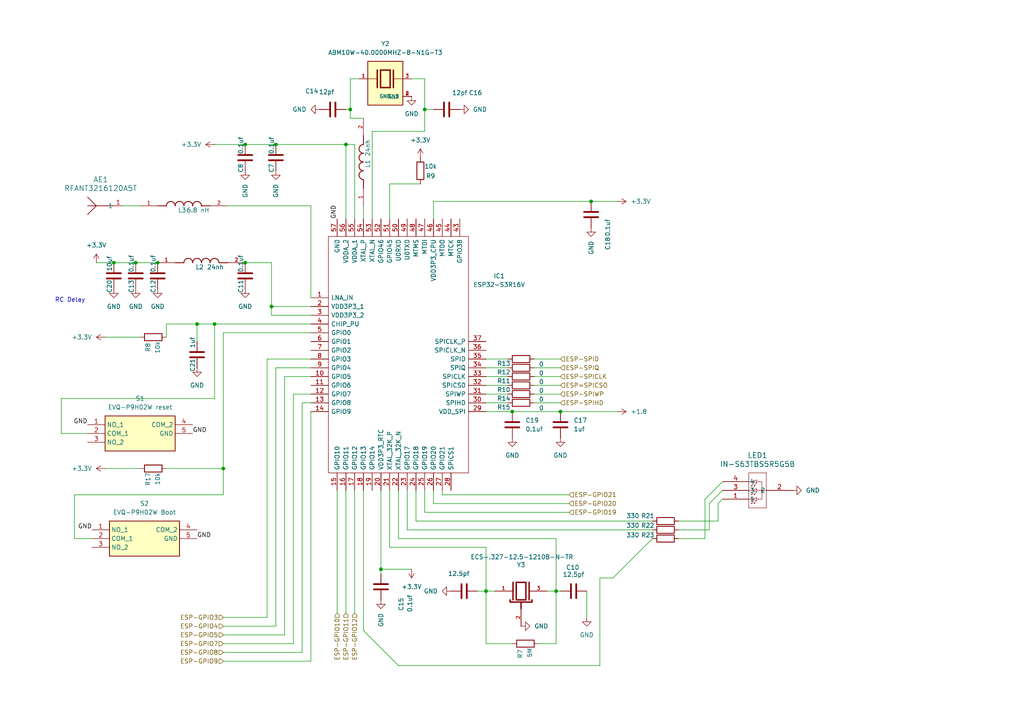
<source format=kicad_sch>
(kicad_sch (version 20250114) (generator "eeschema") (generator_version "9.0")
  (paper "A4")
  (lib_symbols
    (symbol "Device:C" (pin_numbers (hide yes)) (pin_names (offset 0.254))
      (property "Reference" "C" (at 0.635 2.54 0))
      (property "Value" "C" (at 0.635 -2.54 0))
      (symbol "C_0_1"
        (polyline (pts (xy -2.032 0.762) (xy 2.032 0.762)) (stroke (width 0.508)))
        (polyline (pts (xy -2.032 -0.762) (xy 2.032 -0.762)) (stroke (width 0.508)))
      )
      (symbol "C_1_1"
        (pin passive line (at 0 3.81 270) (length 2.794) (name "~") (number "1"))
        (pin passive line (at 0 -3.81 90) (length 2.794) (name "~") (number "2"))
      )
    )
    (symbol "Device:R" (pin_numbers (hide yes)) (pin_names (offset 0))
      (property "Reference" "R" (at 2.032 0 90))
      (property "Value" "R" (at 0 0 90))
      (symbol "R_0_1"
        (rectangle (start -1.016 -2.54) (end 1.016 2.54) (stroke (width 0.254)))
      )
      (symbol "R_1_1"
        (pin passive line (at 0 3.81 270) (length 1.27) (name "~") (number "1"))
        (pin passive line (at 0 -3.81 90) (length 1.27) (name "~") (number "2"))
      )
    )
    (symbol "jarvis:ABM10W-40.0000MHZ-8-N1G-T3" (pin_names (offset 1.016))
      (property "Reference" "Y" (at -5.0878 6.3559 0))
      (property "Value" "ABM10W-40.0000MHZ-8-N1G-T3" (at -5.0944 -10.16 0))
      (symbol "ABM10W-40.0000MHZ-8-N1G-T3_0_0"
        (polyline (pts (xy -5.08 0) (xy -2.54 0)) (stroke (width 0.1524)))
        (rectangle (start -5.08 -7.62) (end 5.08 5.08) (stroke (width 0.254)) (fill (type background)))
        (polyline (pts (xy -2.3368 2.54) (xy -2.3368 -2.54)) (stroke (width 0.4064)))
        (polyline (pts (xy -1.397 2.54) (xy -1.397 -2.54)) (stroke (width 0.4064)))
        (polyline (pts (xy -1.397 2.54) (xy 1.397 2.54)) (stroke (width 0.4064)))
        (polyline (pts (xy 1.397 2.54) (xy 1.397 -2.54)) (stroke (width 0.4064)))
        (polyline (pts (xy 1.397 -2.54) (xy -1.397 -2.54)) (stroke (width 0.4064)))
        (polyline (pts (xy 2.3368 2.54) (xy 2.3368 -2.54)) (stroke (width 0.4064)))
        (polyline (pts (xy 2.54 0) (xy 5.08 0)) (stroke (width 0.1524)))
        (pin passive line (at -7.62 0 0) (length 2.54) (name "~") (number "1"))
        (pin passive line (at 7.62 0 180) (length 2.54) (name "~") (number "3"))
        (pin power_in line (at 7.62 -5.08 180) (length 2.54) (name "GND") (number "2"))
        (pin power_in line (at 7.62 -5.08 180) (length 2.54) (name "GND__1") (number "4"))
      )
    )
    (symbol "jarvis:ECS-.327-12.5-1210B-N-TR" (pin_names (offset 1.016))
      (property "Reference" "Y" (at -6.35 3.81 0))
      (property "Value" "ECS-.327-12.5-1210B-N-TR" (at -6.35 -16.51 0))
      (symbol "ECS-.327-12.5-1210B-N-TR_0_0"
        (polyline (pts (xy -3.175 -3.175) (xy -3.175 -2.54)) (stroke (width 0.4064)))
        (polyline (pts (xy -2.3368 2.54) (xy -2.3368 -2.54)) (stroke (width 0.4064)))
        (polyline (pts (xy -1.397 2.54) (xy -1.397 -2.54)) (stroke (width 0.4064)))
        (polyline (pts (xy -1.397 2.54) (xy 1.397 2.54)) (stroke (width 0.4064)))
        (polyline (pts (xy 0 -5.08) (xy 0 -3.175)) (stroke (width 0.4064)))
        (polyline (pts (xy 1.397 2.54) (xy 1.397 -2.54)) (stroke (width 0.4064)))
        (polyline (pts (xy 1.397 -2.54) (xy -1.397 -2.54)) (stroke (width 0.4064)))
        (polyline (pts (xy 2.3368 2.54) (xy 2.3368 -2.54)) (stroke (width 0.4064)))
        (polyline (pts (xy 3.175 -2.54) (xy 3.175 -3.175)) (stroke (width 0.4064)))
        (polyline (pts (xy 3.175 -3.175) (xy -3.175 -3.175)) (stroke (width 0.4064)))
        (pin passive line (at -7.62 0 0) (length 5.08) (name "~") (number "1"))
        (pin power_in line (at 0 -10.16 90) (length 5.08) (name "~") (number "2"))
        (pin passive line (at 7.62 0 180) (length 5.08) (name "~") (number "3"))
      )
    )
    (symbol "jarvis:ESP32-S3R16V" (pin_names (offset 0.762))
      (property "Reference" "IC" (at -73.914 56.642 0))
      (property "Value" "ESP32-S3R16V" (at -73.914 54.102 0))
      (symbol "ESP32-S3R16V_0_0"
        (pin passive line (at 0 0 0) (length 5.08) (name "LNA_IN") (number "1"))
        (pin passive line (at 0 -2.54 0) (length 5.08) (name "VDD3P3_1") (number "2"))
        (pin passive line (at 0 -5.08 0) (length 5.08) (name "VDD3P3_2") (number "3"))
        (pin passive line (at 0 -7.62 0) (length 5.08) (name "CHIP_PU") (number "4"))
        (pin passive line (at 0 -10.16 0) (length 5.08) (name "GPIO0") (number "5"))
        (pin passive line (at 0 -12.7 0) (length 5.08) (name "GPIO1") (number "6"))
        (pin passive line (at 0 -15.24 0) (length 5.08) (name "GPIO2") (number "7"))
        (pin passive line (at 0 -17.78 0) (length 5.08) (name "GPIO3") (number "8"))
        (pin passive line (at 0 -20.32 0) (length 5.08) (name "GPIO4") (number "9"))
        (pin passive line (at 0 -22.86 0) (length 5.08) (name "GPIO5") (number "10"))
        (pin passive line (at 0 -25.4 0) (length 5.08) (name "GPIO6") (number "11"))
        (pin passive line (at 0 -27.94 0) (length 5.08) (name "GPIO7") (number "12"))
        (pin passive line (at 0 -30.48 0) (length 5.08) (name "GPIO8") (number "13"))
        (pin passive line (at 0 -33.02 0) (length 5.08) (name "GPIO9") (number "14"))
        (pin passive line (at 7.62 22.86 270) (length 5.08) (name "GND") (number "57"))
        (pin passive line (at 7.62 -55.88 90) (length 5.08) (name "GPIO10") (number "15"))
        (pin passive line (at 10.16 22.86 270) (length 5.08) (name "VDDA_2") (number "56"))
        (pin passive line (at 10.16 -55.88 90) (length 5.08) (name "GPIO11") (number "16"))
        (pin passive line (at 12.7 22.86 270) (length 5.08) (name "VDDA_1") (number "55"))
        (pin passive line (at 12.7 -55.88 90) (length 5.08) (name "GPIO12") (number "17"))
        (pin passive line (at 15.24 22.86 270) (length 5.08) (name "XTAL_P") (number "54"))
        (pin passive line (at 15.24 -55.88 90) (length 5.08) (name "GPIO13") (number "18"))
        (pin passive line (at 17.78 22.86 270) (length 5.08) (name "XTAL_N") (number "53"))
        (pin passive line (at 17.78 -55.88 90) (length 5.08) (name "GPIO14") (number "19"))
        (pin passive line (at 20.32 22.86 270) (length 5.08) (name "GPIO46") (number "52"))
        (pin passive line (at 20.32 -55.88 90) (length 5.08) (name "VDD3P3_RTC") (number "20"))
        (pin passive line (at 22.86 22.86 270) (length 5.08) (name "GPIO45") (number "51"))
        (pin passive line (at 22.86 -55.88 90) (length 5.08) (name "XTAL_32K_P") (number "21"))
        (pin passive line (at 25.4 22.86 270) (length 5.08) (name "U0RXD") (number "50"))
        (pin passive line (at 25.4 -55.88 90) (length 5.08) (name "XTAL_32K_N") (number "22"))
        (pin passive line (at 27.94 22.86 270) (length 5.08) (name "U0TXD") (number "49"))
        (pin passive line (at 27.94 -55.88 90) (length 5.08) (name "GPIO17") (number "23"))
        (pin passive line (at 30.48 22.86 270) (length 5.08) (name "MTMS") (number "48"))
        (pin passive line (at 30.48 -55.88 90) (length 5.08) (name "GPIO18") (number "24"))
        (pin passive line (at 33.02 22.86 270) (length 5.08) (name "MTDI") (number "47"))
        (pin passive line (at 33.02 -55.88 90) (length 5.08) (name "GPIO19") (number "25"))
        (pin passive line (at 35.56 22.86 270) (length 5.08) (name "VDD3P3_CPU") (number "46"))
        (pin passive line (at 35.56 -55.88 90) (length 5.08) (name "GPIO20") (number "26"))
        (pin passive line (at 38.1 22.86 270) (length 5.08) (name "MTDO") (number "45"))
        (pin passive line (at 38.1 -55.88 90) (length 5.08) (name "GPIO21") (number "27"))
        (pin passive line (at 40.64 22.86 270) (length 5.08) (name "MTCK") (number "44"))
        (pin passive line (at 40.64 -55.88 90) (length 5.08) (name "SPICS1") (number "28"))
        (pin passive line (at 43.18 22.86 270) (length 5.08) (name "GPIO38") (number "43"))
        (pin no_connect line (at 50.8 0 180) (length 5.08) (hide yes) (name "GPIO37") (number "42"))
        (pin no_connect line (at 50.8 -2.54 180) (length 5.08) (hide yes) (name "GPIO36") (number "41"))
        (pin no_connect line (at 50.8 -5.08 180) (length 5.08) (hide yes) (name "GPIO35") (number "40"))
        (pin no_connect line (at 50.8 -7.62 180) (length 5.08) (hide yes) (name "GPIO34") (number "39"))
        (pin no_connect line (at 50.8 -10.16 180) (length 5.08) (hide yes) (name "GPIO33") (number "38"))
        (pin passive line (at 50.8 -12.7 180) (length 5.08) (name "SPICLK_P") (number "37"))
        (pin passive line (at 50.8 -15.24 180) (length 5.08) (name "SPICLK_N") (number "36"))
        (pin passive line (at 50.8 -17.78 180) (length 5.08) (name "SPID") (number "35"))
        (pin passive line (at 50.8 -20.32 180) (length 5.08) (name "SPIQ") (number "34"))
        (pin passive line (at 50.8 -22.86 180) (length 5.08) (name "SPICLK") (number "33"))
        (pin passive line (at 50.8 -25.4 180) (length 5.08) (name "SPICS0") (number "32"))
        (pin passive line (at 50.8 -27.94 180) (length 5.08) (name "SPIWP") (number "31"))
        (pin passive line (at 50.8 -30.48 180) (length 5.08) (name "SPIHD") (number "30"))
        (pin passive line (at 50.8 -33.02 180) (length 5.08) (name "VDD_SPI") (number "29"))
      )
      (symbol "ESP32-S3R16V_0_1"
        (polyline (pts (xy 5.08 17.78) (xy 45.72 17.78) (xy 45.72 -50.8) (xy 5.08 -50.8) (xy 5.08 17.78)) (stroke (width 0.1524)))
      )
    )
    (symbol "jarvis:EVQ-P9H02W"
      (property "Reference" "S" (at 26.67 7.62 0))
      (property "Value" "EVQ-P9H02W" (at 26.67 5.08 0))
      (symbol "EVQ-P9H02W_1_1"
        (rectangle (start 5.08 2.54) (end 25.4 -7.62) (stroke (width 0.254)) (fill (type background)))
        (pin passive line (at 0 0 0) (length 5.08) (name "NO_1") (number "1"))
        (pin passive line (at 0 -2.54 0) (length 5.08) (name "COM_1") (number "2"))
        (pin passive line (at 0 -5.08 0) (length 5.08) (name "NO_2") (number "3"))
        (pin passive line (at 30.48 0 180) (length 5.08) (name "COM_2") (number "4"))
        (pin passive line (at 30.48 -2.54 180) (length 5.08) (name "GND") (number "5"))
      )
    )
    (symbol "jarvis:IN-S63TBS5R5G5B" (pin_names (offset 0.254))
      (property "Reference" "LED" (at 10.16 10.16 0))
      (property "Value" "IN-S63TBS5R5G5B" (at 10.16 7.62 0))
      (symbol "IN-S63TBS5R5G5B_0_1"
        (polyline (pts (xy 7.62 5.08) (xy 7.62 -5.08)) (stroke (width 0.127)))
        (polyline (pts (xy 7.62 0) (xy 10.414 0)) (stroke (width 0.127)))
        (polyline (pts (xy 7.62 -5.08) (xy 12.7 -5.08)) (stroke (width 0.127)))
        (polyline (pts (xy 8.89 2.54) (xy 8.89 -2.54)) (stroke (width 0.127)))
        (polyline (pts (xy 8.89 2.54) (xy 10.414 2.54)) (stroke (width 0.127)))
        (circle (center 8.89 0) (radius 0.127) (stroke (width 0.254)))
        (polyline (pts (xy 8.89 -2.54) (xy 10.414 -2.54)) (stroke (width 0.127)))
        (polyline (pts (xy 10.414 3.048) (xy 10.414 2.032)) (stroke (width 0.127)))
        (polyline (pts (xy 10.414 3.048) (xy 11.43 2.54)) (stroke (width 0.127)))
        (polyline (pts (xy 10.414 0.508) (xy 10.414 -0.508)) (stroke (width 0.127)))
        (polyline (pts (xy 10.414 0.508) (xy 11.43 0)) (stroke (width 0.127)))
        (polyline (pts (xy 10.414 -2.032) (xy 10.414 -3.048)) (stroke (width 0.127)))
        (polyline (pts (xy 10.414 -2.032) (xy 11.43 -2.54)) (stroke (width 0.127)))
        (polyline (pts (xy 10.668 3.302) (xy 11.176 3.81)) (stroke (width 0.127)))
        (polyline (pts (xy 10.668 0.762) (xy 11.176 1.27)) (stroke (width 0.127)))
        (polyline (pts (xy 10.668 -1.778) (xy 11.176 -1.27)) (stroke (width 0.127)))
        (polyline (pts (xy 11.176 3.81) (xy 10.922 3.81)) (stroke (width 0.127)))
        (polyline (pts (xy 11.176 3.81) (xy 11.176 3.556)) (stroke (width 0.127)))
        (polyline (pts (xy 11.176 1.27) (xy 10.922 1.27)) (stroke (width 0.127)))
        (polyline (pts (xy 11.176 1.27) (xy 11.176 1.016)) (stroke (width 0.127)))
        (polyline (pts (xy 11.176 -1.27) (xy 10.922 -1.27)) (stroke (width 0.127)))
        (polyline (pts (xy 11.176 -1.27) (xy 11.176 -1.524)) (stroke (width 0.127)))
        (polyline (pts (xy 11.43 3.302) (xy 11.938 3.81)) (stroke (width 0.127)))
        (polyline (pts (xy 11.43 3.048) (xy 11.43 2.032)) (stroke (width 0.127)))
        (polyline (pts (xy 11.43 2.54) (xy 10.414 2.032)) (stroke (width 0.127)))
        (polyline (pts (xy 11.43 2.54) (xy 12.7 2.54)) (stroke (width 0.127)))
        (polyline (pts (xy 11.43 0.762) (xy 11.938 1.27)) (stroke (width 0.127)))
        (polyline (pts (xy 11.43 0.508) (xy 11.43 -0.508)) (stroke (width 0.127)))
        (polyline (pts (xy 11.43 0) (xy 10.414 -0.508)) (stroke (width 0.127)))
        (polyline (pts (xy 11.43 0) (xy 12.7 0)) (stroke (width 0.127)))
        (polyline (pts (xy 11.43 -1.778) (xy 11.938 -1.27)) (stroke (width 0.127)))
        (polyline (pts (xy 11.43 -2.032) (xy 11.43 -3.048)) (stroke (width 0.127)))
        (polyline (pts (xy 11.43 -2.54) (xy 10.414 -3.048)) (stroke (width 0.127)))
        (polyline (pts (xy 11.43 -2.54) (xy 12.7 -2.54)) (stroke (width 0.127)))
        (polyline (pts (xy 11.684 3.81) (xy 11.938 3.81)) (stroke (width 0.127)))
        (polyline (pts (xy 11.684 1.27) (xy 11.938 1.27)) (stroke (width 0.127)))
        (polyline (pts (xy 11.684 -1.27) (xy 11.938 -1.27)) (stroke (width 0.127)))
        (polyline (pts (xy 11.938 3.81) (xy 11.938 3.556)) (stroke (width 0.127)))
        (polyline (pts (xy 11.938 1.27) (xy 11.938 1.016)) (stroke (width 0.127)))
        (polyline (pts (xy 11.938 -1.27) (xy 11.938 -1.524)) (stroke (width 0.127)))
        (polyline (pts (xy 12.7 5.08) (xy 7.62 5.08)) (stroke (width 0.127)))
        (polyline (pts (xy 12.7 -5.08) (xy 12.7 5.08)) (stroke (width 0.127)))
        (pin unspecified line (at 0 0 0) (length 7.62) (name "2") (number "2"))
        (pin unspecified line (at 20.32 2.54 180) (length 7.62) (name "1") (number "1"))
        (pin unspecified line (at 20.32 0 180) (length 7.62) (name "3") (number "3"))
        (pin unspecified line (at 20.32 -2.54 180) (length 7.62) (name "4") (number "4"))
      )
    )
    (symbol "jarvis:MLG1005SR24JT000" (pin_names (offset 1.016))
      (property "Reference" "L" (at -10.16 7.62 0))
      (property "Value" "MLG1005SR24JT000" (at -10.16 5.08 0))
      (symbol "MLG1005SR24JT000_0_0"
        (polyline (pts (xy -5.08 0) (xy -7.62 0)) (stroke (width 0.254)))
        (arc (start -5.08 0) (mid -3.81 1.2645) (end -2.54 0) (stroke (width 0.254)))
        (arc (start -2.54 0) (mid -1.27 1.2645) (end 0 0) (stroke (width 0.254)))
        (arc (start 0 0) (mid 1.27 1.2645) (end 2.54 0) (stroke (width 0.254)))
        (arc (start 2.54 0) (mid 3.81 1.2645) (end 5.08 0) (stroke (width 0.254)))
        (polyline (pts (xy 5.08 0) (xy 7.62 0)) (stroke (width 0.254)))
        (pin passive line (at -12.7 0 0) (length 5.08) (name "~") (number "1"))
        (pin passive line (at 12.7 0 180) (length 5.08) (name "~") (number "2"))
      )
    )
    (symbol "jarvis:RFANT3216120A5T" (pin_names (offset 0.254))
      (property "Reference" "AE" (at 2.2606 6.985 0))
      (property "Value" "RFANT3216120A5T" (at 11.938 -6.35 0))
      (symbol "RFANT3216120A5T_0_1"
        (polyline (pts (xy -2.54 10.16) (xy 0 7.62)) (stroke (width 0.2032)))
        (polyline (pts (xy 0 10.16) (xy 0 7.62)) (stroke (width 0.2032)))
        (polyline (pts (xy 0 7.62) (xy 0 2.54)) (stroke (width 0.2032)))
        (polyline (pts (xy 0 7.62) (xy 2.54 10.16)) (stroke (width 0.2032)))
        (pin unspecified line (at 0 0 90) (length 2.54) (name "1") (number "1"))
      )
    )
    (symbol "power:+3.3V" (power) (pin_numbers (hide yes)) (pin_names (offset 0) (hide yes))
      (property "Value" "+3.3V" (at 0 3.556 0))
      (symbol "+3.3V_0_1"
        (polyline (pts (xy -0.762 1.27) (xy 0 2.54)))
        (polyline (pts (xy 0 2.54) (xy 0.762 1.27)))
        (polyline (pts (xy 0 0) (xy 0 2.54)))
      )
      (symbol "+3.3V_1_1"
        (pin power_in line (at 0 0 90) (length 0) (name "~") (number "1"))
      )
    )
    (symbol "power:GND" (power) (pin_numbers (hide yes)) (pin_names (offset 0) (hide yes))
      (property "Value" "GND" (at 0 -3.81 0))
      (symbol "GND_0_1"
        (polyline (pts (xy 0 0) (xy 0 -1.27) (xy 1.27 -1.27) (xy 0 -2.54) (xy -1.27 -1.27) (xy 0 -1.27)))
      )
      (symbol "GND_1_1"
        (pin power_in line (at 0 0 270) (length 0) (name "~") (number "1"))
      )
    )
    (symbol "power:VDD" (power) (pin_numbers (hide yes)) (pin_names (offset 0) (hide yes))
      (property "Value" "VDD" (at 0 3.556 0))
      (symbol "VDD_0_1"
        (polyline (pts (xy -0.762 1.27) (xy 0 2.54)))
        (polyline (pts (xy 0 2.54) (xy 0.762 1.27)))
        (polyline (pts (xy 0 0) (xy 0 2.54)))
      )
      (symbol "VDD_1_1"
        (pin power_in line (at 0 0 90) (length 0) (name "~") (number "1"))
      )
    )
  )
  (text "RC Delay\n" (at 20.32 87.122 0) (effects (font (size 1.27 1.27))))
  (junction (at 101.6 31.75))
  (junction (at 78.74 88.9))
  (junction (at 100.33 41.91))
  (junction (at 148.59 119.38))
  (junction (at 123.19 31.75))
  (junction (at 45.72 76.2))
  (junction (at 171.45 58.42))
  (junction (at 39.37 76.2))
  (junction (at 62.23 93.98))
  (junction (at 64.77 135.89))
  (junction (at 33.02 76.2))
  (junction (at 161.29 171.45))
  (junction (at 57.15 93.98))
  (junction (at 80.01 41.91))
  (junction (at 162.56 119.38))
  (junction (at 71.12 76.2))
  (junction (at 140.97 171.45))
  (junction (at 110.49 165.1))
  (junction (at 71.12 41.91))
  (wire (pts (xy 101.6 34.29) (xy 105.41 34.29)))
  (wire (pts (xy 128.27 143.51) (xy 165.1 143.51)))
  (wire (pts (xy 208.28 151.13) (xy 208.28 146.05)))
  (wire (pts (xy 154.94 106.68) (xy 162.56 106.68)))
  (wire (pts (xy 140.97 171.45) (xy 143.51 171.45)))
  (wire (pts (xy 102.87 41.91) (xy 100.33 41.91)))
  (wire (pts (xy 64.77 96.52) (xy 64.77 135.89)))
  (wire (pts (xy 97.79 142.24) (xy 97.79 177.8)))
  (wire (pts (xy 90.17 114.3) (xy 85.09 114.3)))
  (wire (pts (xy 26.67 156.21) (xy 21.59 156.21)))
  (wire (pts (xy 107.95 38.1) (xy 107.95 63.5)))
  (wire (pts (xy 154.94 111.76) (xy 162.56 111.76)))
  (wire (pts (xy 208.28 146.05) (xy 209.55 144.78)))
  (wire (pts (xy 161.29 171.45) (xy 161.29 186.69)))
  (wire (pts (xy 21.59 156.21) (xy 21.59 143.51)))
  (wire (pts (xy 125.73 58.42) (xy 171.45 58.42)))
  (wire (pts (xy 115.57 193.04) (xy 173.99 193.04)))
  (wire (pts (xy 140.97 116.84) (xy 147.32 116.84)))
  (wire (pts (xy 204.47 156.21) (xy 204.47 144.78)))
  (wire (pts (xy 62.23 93.98) (xy 62.23 115.57)))
  (wire (pts (xy 161.29 156.21) (xy 161.29 171.45)))
  (wire (pts (xy 17.78 125.73) (xy 17.78 115.57)))
  (wire (pts (xy 204.47 144.78) (xy 209.55 139.7)))
  (wire (pts (xy 140.97 109.22) (xy 147.32 109.22)))
  (wire (pts (xy 17.78 115.57) (xy 62.23 115.57)))
  (wire (pts (xy 123.19 31.75) (xy 125.73 31.75)))
  (wire (pts (xy 154.94 109.22) (xy 162.56 109.22)))
  (wire (pts (xy 196.85 151.13) (xy 208.28 151.13)))
  (wire (pts (xy 120.65 142.24) (xy 120.65 151.13)))
  (wire (pts (xy 33.02 76.2) (xy 39.37 76.2)))
  (wire (pts (xy 115.57 156.21) (xy 161.29 156.21)))
  (wire (pts (xy 78.74 91.44) (xy 78.74 88.9)))
  (wire (pts (xy 30.48 97.79) (xy 40.64 97.79)))
  (wire (pts (xy 125.73 142.24) (xy 125.73 146.05)))
  (wire (pts (xy 101.6 22.86) (xy 104.14 22.86)))
  (wire (pts (xy 21.59 143.51) (xy 64.77 143.51)))
  (wire (pts (xy 105.41 182.88) (xy 115.57 193.04)))
  (wire (pts (xy 64.77 135.89) (xy 48.26 135.89)))
  (wire (pts (xy 100.33 41.91) (xy 80.01 41.91)))
  (wire (pts (xy 78.74 91.44) (xy 90.17 91.44)))
  (wire (pts (xy 110.49 165.1) (xy 110.49 166.37)))
  (wire (pts (xy 161.29 171.45) (xy 158.75 171.45)))
  (wire (pts (xy 115.57 142.24) (xy 115.57 156.21)))
  (wire (pts (xy 113.03 53.34) (xy 121.92 53.34)))
  (wire (pts (xy 105.41 59.69) (xy 105.41 63.5)))
  (wire (pts (xy 71.12 41.91) (xy 80.01 41.91)))
  (wire (pts (xy 27.94 76.2) (xy 33.02 76.2)))
  (wire (pts (xy 113.03 142.24) (xy 113.03 158.75)))
  (wire (pts (xy 87.63 116.84) (xy 87.63 189.23)))
  (wire (pts (xy 123.19 142.24) (xy 123.19 148.59)))
  (wire (pts (xy 39.37 76.2) (xy 45.72 76.2)))
  (wire (pts (xy 62.23 41.91) (xy 71.12 41.91)))
  (wire (pts (xy 177.8 167.64) (xy 189.23 156.21)))
  (wire (pts (xy 173.99 193.04) (xy 173.99 167.64)))
  (wire (pts (xy 196.85 156.21) (xy 204.47 156.21)))
  (wire (pts (xy 101.6 31.75) (xy 101.6 34.29)))
  (wire (pts (xy 120.65 151.13) (xy 189.23 151.13)))
  (wire (pts (xy 100.33 31.75) (xy 101.6 31.75)))
  (wire (pts (xy 90.17 104.14) (xy 77.47 104.14)))
  (wire (pts (xy 90.17 116.84) (xy 87.63 116.84)))
  (wire (pts (xy 90.17 119.38) (xy 90.17 191.77)))
  (wire (pts (xy 125.73 63.5) (xy 125.73 58.42)))
  (wire (pts (xy 123.19 31.75) (xy 123.19 22.86)))
  (wire (pts (xy 171.45 58.42) (xy 179.07 58.42)))
  (wire (pts (xy 30.48 135.89) (xy 40.64 135.89)))
  (wire (pts (xy 77.47 179.07) (xy 64.77 179.07)))
  (wire (pts (xy 140.97 158.75) (xy 140.97 171.45)))
  (wire (pts (xy 78.74 76.2) (xy 71.12 76.2)))
  (wire (pts (xy 102.87 142.24) (xy 102.87 177.8)))
  (wire (pts (xy 140.97 104.14) (xy 147.32 104.14)))
  (wire (pts (xy 119.38 165.1) (xy 110.49 165.1)))
  (wire (pts (xy 140.97 119.38) (xy 148.59 119.38)))
  (wire (pts (xy 138.43 171.45) (xy 140.97 171.45)))
  (wire (pts (xy 82.55 184.15) (xy 64.77 184.15)))
  (wire (pts (xy 161.29 186.69) (xy 156.21 186.69)))
  (wire (pts (xy 102.87 63.5) (xy 102.87 41.91)))
  (wire (pts (xy 128.27 142.24) (xy 128.27 143.51)))
  (wire (pts (xy 77.47 104.14) (xy 77.47 179.07)))
  (wire (pts (xy 57.15 93.98) (xy 48.26 93.98)))
  (wire (pts (xy 161.29 171.45) (xy 162.56 171.45)))
  (wire (pts (xy 64.77 189.23) (xy 87.63 189.23)))
  (wire (pts (xy 170.18 179.07) (xy 170.18 171.45)))
  (wire (pts (xy 162.56 119.38) (xy 179.07 119.38)))
  (wire (pts (xy 118.11 142.24) (xy 118.11 153.67)))
  (wire (pts (xy 140.97 114.3) (xy 147.32 114.3)))
  (wire (pts (xy 113.03 158.75) (xy 140.97 158.75)))
  (wire (pts (xy 25.4 125.73) (xy 17.78 125.73)))
  (wire (pts (xy 62.23 93.98) (xy 90.17 93.98)))
  (wire (pts (xy 57.15 99.06) (xy 57.15 93.98)))
  (wire (pts (xy 123.19 148.59) (xy 165.1 148.59)))
  (wire (pts (xy 78.74 88.9) (xy 78.74 76.2)))
  (wire (pts (xy 90.17 109.22) (xy 82.55 109.22)))
  (wire (pts (xy 196.85 153.67) (xy 205.74 153.67)))
  (wire (pts (xy 123.19 31.75) (xy 123.19 38.1)))
  (wire (pts (xy 123.19 22.86) (xy 119.38 22.86)))
  (wire (pts (xy 100.33 41.91) (xy 100.33 63.5)))
  (wire (pts (xy 101.6 31.75) (xy 101.6 22.86)))
  (wire (pts (xy 113.03 63.5) (xy 113.03 53.34)))
  (wire (pts (xy 90.17 86.36) (xy 90.17 59.69)))
  (wire (pts (xy 90.17 96.52) (xy 64.77 96.52)))
  (wire (pts (xy 82.55 109.22) (xy 82.55 184.15)))
  (wire (pts (xy 90.17 59.69) (xy 66.04 59.69)))
  (wire (pts (xy 154.94 104.14) (xy 162.56 104.14)))
  (wire (pts (xy 105.41 142.24) (xy 105.41 182.88)))
  (wire (pts (xy 35.56 59.69) (xy 40.64 59.69)))
  (wire (pts (xy 140.97 111.76) (xy 147.32 111.76)))
  (wire (pts (xy 123.19 38.1) (xy 107.95 38.1)))
  (wire (pts (xy 173.99 167.64) (xy 177.8 167.64)))
  (wire (pts (xy 80.01 106.68) (xy 80.01 181.61)))
  (wire (pts (xy 125.73 146.05) (xy 165.1 146.05)))
  (wire (pts (xy 100.33 142.24) (xy 100.33 177.8)))
  (wire (pts (xy 62.23 93.98) (xy 57.15 93.98)))
  (wire (pts (xy 118.11 153.67) (xy 189.23 153.67)))
  (wire (pts (xy 64.77 143.51) (xy 64.77 135.89)))
  (wire (pts (xy 90.17 106.68) (xy 80.01 106.68)))
  (wire (pts (xy 205.74 146.05) (xy 209.55 142.24)))
  (wire (pts (xy 154.94 116.84) (xy 162.56 116.84)))
  (wire (pts (xy 154.94 114.3) (xy 162.56 114.3)))
  (wire (pts (xy 80.01 181.61) (xy 64.77 181.61)))
  (wire (pts (xy 140.97 186.69) (xy 148.59 186.69)))
  (wire (pts (xy 85.09 186.69) (xy 64.77 186.69)))
  (wire (pts (xy 140.97 106.68) (xy 147.32 106.68)))
  (wire (pts (xy 148.59 119.38) (xy 162.56 119.38)))
  (wire (pts (xy 110.49 142.24) (xy 110.49 165.1)))
  (wire (pts (xy 85.09 114.3) (xy 85.09 186.69)))
  (wire (pts (xy 64.77 191.77) (xy 90.17 191.77)))
  (wire (pts (xy 78.74 88.9) (xy 90.17 88.9)))
  (wire (pts (xy 205.74 153.67) (xy 205.74 146.05)))
  (wire (pts (xy 48.26 93.98) (xy 48.26 97.79)))
  (wire (pts (xy 140.97 171.45) (xy 140.97 186.69)))
  (label "GND" (at 55.88 125.73 0))
  (label "GND" (at 57.15 156.21 0))
  (label "GND" (at 26.67 153.67 180))
  (label "GND" (at 97.79 63.5 90))
  (label "GND" (at 25.4 123.19 180))
  (hierarchical_label "ESP-SPIQ" (shape input) (at 162.56 106.68 0))
  (hierarchical_label "ESP-GPIO12" (shape input) (at 102.87 177.8 270))
  (hierarchical_label "ESP-GPIO9" (shape input) (at 64.77 191.77 180))
  (hierarchical_label "ESP-SPIHD" (shape input) (at 162.56 116.84 0))
  (hierarchical_label "ESP-GPIO3" (shape input) (at 64.77 179.07 180))
  (hierarchical_label "ESP-GPIO8" (shape input) (at 64.77 189.23 180))
  (hierarchical_label "ESP-GPIO21" (shape input) (at 165.1 143.51 0))
  (hierarchical_label "ESP-GPIO4" (shape input) (at 64.77 181.61 180))
  (hierarchical_label "ESP-GPIO5" (shape input) (at 64.77 184.15 180))
  (hierarchical_label "ESP-GPIO19" (shape input) (at 165.1 148.59 0))
  (hierarchical_label "ESP-GPIO7" (shape input) (at 64.77 186.69 180))
  (hierarchical_label "ESP=SPICSO" (shape input) (at 162.56 111.76 0))
  (hierarchical_label "ESP-GPIO20" (shape input) (at 165.1 146.05 0))
  (hierarchical_label "ESP-SPICLK" (shape input) (at 162.56 109.22 0))
  (hierarchical_label "ESP-SPIWP" (shape input) (at 162.56 114.3 0))
  (hierarchical_label "ESP-GPIO10" (shape input) (at 97.79 177.8 270))
  (hierarchical_label "ESP-GPIO11" (shape input) (at 100.33 177.8 270))
  (hierarchical_label "ESP-SPID" (shape input) (at 162.56 104.14 0))
  (symbol (lib_id "power:+3.3V") (at 121.92 45.72 0) (unit 1)
    (property "Reference" "#PWR30" (effects (hide yes)))
    (property "Value" "+3.3V" (at 121.92 40.64 0))
    (property "Description" "Power symbol creates a global label with name \"+3.3V\"" (effects (hide yes)))
  )
  (symbol (lib_id "Device:R") (at 44.45 135.89 90) (unit 1)
    (property "Reference" "R17" (at 42.926 140.97 0) (effects (justify left)))
    (property "Value" "10k" (at 45.72 140.716 0) (effects (justify left)))
    (property "Footprint" "Resistor_SMD:R_0603_1608Metric" (effects (hide yes)))
    (property "Description" "Resistor" (effects (hide yes)))
  )
  (symbol (lib_id "Device:R") (at 151.13 116.84 90) (unit 1)
    (property "Reference" "R15" (at 148.082 118.11 90) (effects (justify left)))
    (property "Value" "0" (at 157.734 118.364 90) (effects (justify left)))
    (property "Footprint" "Resistor_SMD:R_0603_1608Metric" (effects (hide yes)))
    (property "Description" "Resistor" (effects (hide yes)))
  )
  (symbol (lib_id "power:+3.3V") (at 119.38 165.1 180) (unit 1)
    (property "Reference" "#PWR27" (effects (hide yes)))
    (property "Value" "+3.3V" (at 119.38 170.18 0))
    (property "Description" "Power symbol creates a global label with name \"+3.3V\"" (effects (hide yes)))
  )
  (symbol (lib_id "Device:R") (at 44.45 97.79 90) (unit 1)
    (property "Reference" "R8" (at 42.926 102.108 0) (effects (justify left)))
    (property "Value" "10k" (at 45.72 102.616 0) (effects (justify left)))
    (property "Footprint" "Resistor_SMD:R_0603_1608Metric" (effects (hide yes)))
    (property "Description" "Resistor" (effects (hide yes)))
  )
  (symbol (lib_id "jarvis:EVQ-P9H02W") (at 26.67 153.67 0) (unit 1)
    (property "Reference" "S2" (at 41.91 146.05 0))
    (property "Value" "EVQ-P9H02W Boot" (at 41.91 148.59 0))
    (property "Footprint" "jarvis:EVQP9H02W" (effects (hide yes)))
    (property "Datasheet" "https://www3.panasonic.biz/ac/cdn/e/control/switch/light-touch/catalog/sw_lt_eng_4735s.pdf" (effects (hide yes)))
    (property "Description" "Tactile Switches SWITCH TACTILE" (effects (hide yes)))
    (property "Height" "2.7" (effects (hide yes)))
    (property "Manufacturer_Name" "Panasonic" (effects (hide yes)))
    (property "Manufacturer_Part_Number" "EVQ-P9H02W" (effects (hide yes)))
    (property "Mouser Part Number" "667-EVQ-P9H02W" (effects (hide yes)))
    (property "Mouser Price/Stock" "https://www.mouser.co.uk/ProductDetail/Panasonic/EVQ-P9H02W?qs=tfZGHB2PWd22xI97JjXFQw%3D%3D" (effects (hide yes)))
    (property "Arrow Part Number" "EVQ-P9H02W" (effects (hide yes)))
    (property "Arrow Price/Stock" "https://www.arrow.com/en/products/evq-p9h02w/panasonic" (effects (hide yes)))
  )
  (symbol (lib_id "Device:C") (at 129.54 31.75 90) (unit 1)
    (property "Reference" "C16" (at 137.922 26.924 90))
    (property "Value" "12pf" (at 133.35 26.924 90))
    (property "Footprint" "Capacitor_SMD:C_0402_1005Metric" (effects (hide yes)))
    (property "Description" "Unpolarized capacitor" (effects (hide yes)))
  )
  (symbol (lib_id "Device:C") (at 45.72 80.01 0) (unit 1)
    (property "Reference" "C12" (at 44.45 83.058 90))
    (property "Value" "0.1uf" (at 44.45 76.454 90))
    (property "Footprint" "Capacitor_SMD:C_0603_1608Metric" (effects (hide yes)))
    (property "Description" "Unpolarized capacitor" (effects (hide yes)))
  )
  (symbol (lib_id "power:+3.3V") (at 30.48 97.79 90) (unit 1)
    (property "Reference" "#PWR28" (effects (hide yes)))
    (property "Value" "+3.3V" (at 26.67 97.7899 90) (effects (justify left)))
    (property "Description" "Power symbol creates a global label with name \"+3.3V\"" (effects (hide yes)))
  )
  (symbol (lib_id "jarvis:EVQ-P9H02W") (at 25.4 123.19 0) (unit 1)
    (property "Reference" "S1" (at 40.64 115.57 0))
    (property "Value" "EVQ-P9H02W reset" (at 40.64 118.11 0))
    (property "Footprint" "jarvis:EVQP9H02W" (effects (hide yes)))
    (property "Datasheet" "https://www3.panasonic.biz/ac/cdn/e/control/switch/light-touch/catalog/sw_lt_eng_4735s.pdf" (effects (hide yes)))
    (property "Description" "Tactile Switches SWITCH TACTILE" (effects (hide yes)))
    (property "Height" "2.7" (effects (hide yes)))
    (property "Manufacturer_Name" "Panasonic" (effects (hide yes)))
    (property "Manufacturer_Part_Number" "EVQ-P9H02W" (effects (hide yes)))
    (property "Mouser Part Number" "667-EVQ-P9H02W" (effects (hide yes)))
    (property "Mouser Price/Stock" "https://www.mouser.co.uk/ProductDetail/Panasonic/EVQ-P9H02W?qs=tfZGHB2PWd22xI97JjXFQw%3D%3D" (effects (hide yes)))
    (property "Arrow Part Number" "EVQ-P9H02W" (effects (hide yes)))
    (property "Arrow Price/Stock" "https://www.arrow.com/en/products/evq-p9h02w/panasonic" (effects (hide yes)))
  )
  (symbol (lib_id "Device:R") (at 151.13 104.14 90) (unit 1)
    (property "Reference" "R13" (at 148.082 105.41 90) (effects (justify left)))
    (property "Value" "0" (at 157.734 105.664 90) (effects (justify left)))
    (property "Footprint" "Resistor_SMD:R_0603_1608Metric" (effects (hide yes)))
    (property "Description" "Resistor" (effects (hide yes)))
  )
  (symbol (lib_id "Device:R") (at 152.4 186.69 90) (unit 1)
    (property "Reference" "R7" (at 150.876 191.008 0) (effects (justify left)))
    (property "Value" "5M" (at 153.67 190.754 0) (effects (justify left)))
    (property "Footprint" "Resistor_SMD:R_0603_1608Metric" (effects (hide yes)))
    (property "Description" "Resistor" (effects (hide yes)))
  )
  (symbol (lib_id "Device:C") (at 134.62 171.45 270) (unit 1)
    (property "Reference" "C9" (effects (hide yes)))
    (property "Value" "12.5pf" (at 133.096 166.37 90))
    (property "Footprint" "Capacitor_SMD:C_0402_1005Metric" (effects (hide yes)))
    (property "Description" "Unpolarized capacitor" (effects (hide yes)))
  )
  (symbol (lib_id "Device:C") (at 110.49 170.18 0) (unit 1)
    (property "Reference" "C15" (at 116.332 175.26 90))
    (property "Value" "0.1uf" (at 118.872 175.006 90))
    (property "Footprint" "Capacitor_SMD:C_0603_1608Metric" (effects (hide yes)))
    (property "Description" "Unpolarized capacitor" (effects (hide yes)))
  )
  (symbol (lib_id "power:GND") (at 170.18 179.07 0) (unit 1)
    (property "Reference" "#PWR12" (effects (hide yes)))
    (property "Value" "GND" (at 170.18 184.15 0))
    (property "Description" "Power symbol creates a global label with name \"GND\" , ground" (effects (hide yes)))
  )
  (symbol (lib_id "Device:C") (at 33.02 80.01 0) (unit 1)
    (property "Reference" "C20" (at 31.75 83.058 90))
    (property "Value" "10uf" (at 31.75 76.454 90))
    (property "Footprint" "Capacitor_SMD:C_0603_1608Metric" (effects (hide yes)))
    (property "Description" "Unpolarized capacitor" (effects (hide yes)))
  )
  (symbol (lib_id "jarvis:MLG1005SR24JT000") (at 58.42 76.2 0) (unit 1)
    (property "Reference" "L2" (at 57.912 77.47 0))
    (property "Value" "24nh" (at 62.484 77.47 0))
    (property "Footprint" "jarvis:MLG1005SR24JT000" (effects (hide yes)))
  )
  (symbol (lib_id "power:+3.3V") (at 179.07 58.42 270) (unit 1)
    (property "Reference" "#PWR25" (effects (hide yes)))
    (property "Value" "+3.3V" (at 182.88 58.4199 90) (effects (justify left)))
    (property "Description" "Power symbol creates a global label with name \"+3.3V\"" (effects (hide yes)))
  )
  (symbol (lib_id "power:GND") (at 33.02 83.82 0) (unit 1)
    (property "Reference" "#PWR22" (effects (hide yes)))
    (property "Value" "GND" (at 33.02 88.9 0))
    (property "Description" "Power symbol creates a global label with name \"GND\" , ground" (effects (hide yes)))
  )
  (symbol (lib_id "power:GND") (at 162.56 127 0) (unit 1)
    (property "Reference" "#PWR19" (effects (hide yes)))
    (property "Value" "GND" (at 162.56 132.08 0))
    (property "Description" "Power symbol creates a global label with name \"GND\" , ground" (effects (hide yes)))
  )
  (symbol (lib_id "Device:R") (at 121.92 49.53 180) (unit 1)
    (property "Reference" "R9" (at 126.238 51.054 0) (effects (justify left)))
    (property "Value" "10k" (at 126.746 48.26 0) (effects (justify left)))
    (property "Footprint" "Resistor_SMD:R_0603_1608Metric" (effects (hide yes)))
    (property "Description" "Resistor" (effects (hide yes)))
  )
  (symbol (lib_id "jarvis:ESP32-S3R16V") (at 90.17 86.36 0) (unit 1)
    (property "Reference" "IC1" (at 144.78 80.0414 0))
    (property "Value" "ESP32-S3R16V" (at 144.78 82.5814 0))
    (property "Footprint" "jarvis:esp32-s3r16v" (effects (hide yes)))
    (property "Datasheet" "https://www.espressif.com/sites/default/files/documentation/esp32-s3_datasheet_en.pdf" (effects (hide yes)))
    (property "Description" "RF System on a Chip - SoC ESP32-S3 is a low-power MCU-based system on a chip (SoC) with integrated 2.4 GHz Wi-Fi and Bluetooth Low Energy (Bluetooth LE). It consists of high-performance dual-core microprocessor (Xtensa 32-bit LX7), a low power coprocessor, a Wi-Fi baseband, a" (effects (hide yes)))
    (property "Description_1" "RF System on a Chip - SoC ESP32-S3 is a low-power MCU-based system on a chip (SoC) with integrated 2.4 GHz Wi-Fi and Bluetooth Low Energy (Bluetooth LE). It consists of high-performance dual-core microprocessor (Xtensa 32-bit LX7), a low power coprocessor, a Wi-Fi baseband, a" (effects (hide yes)))
    (property "Height" "0.9" (effects (hide yes)))
    (property "Manufacturer_Name" "Espressif Systems" (effects (hide yes)))
    (property "Manufacturer_Part_Number" "ESP32-S3R16V" (effects (hide yes)))
    (property "Mouser Part Number" "356-ESP32-S3R16V" (effects (hide yes)))
    (property "Mouser Price/Stock" "https://www.mouser.co.uk/ProductDetail/Espressif-Systems/ESP32-S3R16V?qs=olJun0bQHM8ZdE7ZXPT%2F6g%3D%3D" (effects (hide yes)))
  )
  (symbol (lib_id "power:GND") (at 45.72 83.82 0) (unit 1)
    (property "Reference" "#PWR14" (effects (hide yes)))
    (property "Value" "GND" (at 45.72 88.9 0))
    (property "Description" "Power symbol creates a global label with name \"GND\" , ground" (effects (hide yes)))
  )
  (symbol (lib_id "power:GND") (at 110.49 173.99 0) (unit 1)
    (property "Reference" "#PWR17" (effects (hide yes)))
    (property "Value" "GND" (at 110.4901 177.8 90) (effects (justify right)))
    (property "Description" "Power symbol creates a global label with name \"GND\" , ground" (effects (hide yes)))
  )
  (symbol (lib_id "Device:C") (at 148.59 123.19 180) (unit 1)
    (property "Reference" "C19" (at 152.4 121.9199 0) (effects (justify right)))
    (property "Value" "0.1uf" (at 152.4 124.4599 0) (effects (justify right)))
    (property "Footprint" "Capacitor_SMD:C_0603_1608Metric" (effects (hide yes)))
    (property "Description" "Unpolarized capacitor" (effects (hide yes)))
  )
  (symbol (lib_id "power:GND") (at 57.15 106.68 0) (unit 1)
    (property "Reference" "#PWR29" (effects (hide yes)))
    (property "Value" "GND" (at 57.15 111.76 0))
    (property "Description" "Power symbol creates a global label with name \"GND\" , ground" (effects (hide yes)))
  )
  (symbol (lib_id "jarvis:ABM10W-40.0000MHZ-8-N1G-T3") (at 111.76 22.86 0) (unit 1)
    (property "Reference" "Y2" (at 111.76 12.7 0))
    (property "Value" "ABM10W-40.0000MHZ-8-N1G-T3" (at 111.76 15.24 0))
    (property "Footprint" "jarvis:XTAL_ABM10W-40.0000MHZ-8-N1G-T3" (effects (hide yes)))
    (property "PARTREV" "10.06.2020" (effects (hide yes)))
    (property "MANUFACTURER" "Abracon" (effects (hide yes)))
    (property "MAXIMUM_PACKAGE_HEIGHT" "0.6 mm" (effects (hide yes)))
    (property "STANDARD" "Manufacturer Recommendations" (effects (hide yes)))
  )
  (symbol (lib_id "Device:R") (at 151.13 106.68 90) (unit 1)
    (property "Reference" "R12" (at 148.082 107.95 90) (effects (justify left)))
    (property "Value" "0" (at 157.734 108.204 90) (effects (justify left)))
    (property "Footprint" "Resistor_SMD:R_0603_1608Metric" (effects (hide yes)))
    (property "Description" "Resistor" (effects (hide yes)))
  )
  (symbol (lib_id "Device:R") (at 193.04 151.13 270) (unit 1)
    (property "Reference" "R21" (at 185.928 149.606 90) (effects (justify left)))
    (property "Value" "330" (at 181.61 149.606 90) (effects (justify left)))
    (property "Footprint" "Resistor_SMD:R_0603_1608Metric" (effects (hide yes)))
    (property "Description" "Resistor" (effects (hide yes)))
  )
  (symbol (lib_id "power:GND") (at 229.87 142.24 90) (unit 1)
    (property "Reference" "#PWR050" (effects (hide yes)))
    (property "Value" "GND" (at 233.68 142.2399 90) (effects (justify right)))
    (property "Description" "Power symbol creates a global label with name \"GND\" , ground" (effects (hide yes)))
  )
  (symbol (lib_id "Device:C") (at 96.52 31.75 90) (unit 1)
    (property "Reference" "C14" (at 90.424 26.416 90))
    (property "Value" "12pf" (at 94.742 26.67 90))
    (property "Footprint" "Capacitor_SMD:C_0402_1005Metric" (effects (hide yes)))
    (property "Description" "Unpolarized capacitor" (effects (hide yes)))
  )
  (symbol (lib_id "Device:C") (at 166.37 171.45 90) (unit 1)
    (property "Reference" "C10" (at 166.116 164.592 90))
    (property "Value" "12.5pf" (at 166.37 166.624 90))
    (property "Footprint" "Capacitor_SMD:C_0402_1005Metric" (effects (hide yes)))
    (property "Description" "Unpolarized capacitor" (effects (hide yes)))
  )
  (symbol (lib_id "power:GND") (at 119.38 27.94 0) (unit 1)
    (property "Reference" "#PWR034" (effects (hide yes)))
    (property "Value" "GND" (at 119.38 33.02 0))
    (property "Description" "Power symbol creates a global label with name \"GND\" , ground" (effects (hide yes)))
  )
  (symbol (lib_id "power:VDD") (at 179.07 119.38 270) (unit 1)
    (property "Reference" "#PWR26" (effects (hide yes)))
    (property "Value" "+1.8" (at 182.88 119.3799 90) (effects (justify left)))
    (property "Description" "Power symbol creates a global label with name \"VDD\"" (effects (hide yes)))
  )
  (symbol (lib_id "jarvis:MLG1005SR24JT000") (at 105.41 46.99 90) (unit 1)
    (property "Reference" "L1" (at 106.68 47.498 0))
    (property "Value" "24nh" (at 106.68 42.926 0))
    (property "Footprint" "jarvis:MLG1005SR24JT000" (effects (hide yes)))
  )
  (symbol (lib_id "power:GND") (at 92.71 31.75 270) (unit 1)
    (property "Reference" "#PWR16" (effects (hide yes)))
    (property "Value" "GND" (at 88.9 31.7499 90) (effects (justify right)))
    (property "Description" "Power symbol creates a global label with name \"GND\" , ground" (effects (hide yes)))
  )
  (symbol (lib_id "Device:C") (at 57.15 102.87 0) (unit 1)
    (property "Reference" "C21" (at 55.88 105.918 90))
    (property "Value" "1uf" (at 55.88 99.314 90))
    (property "Footprint" "Capacitor_SMD:C_0603_1608Metric" (effects (hide yes)))
    (property "Description" "Unpolarized capacitor" (effects (hide yes)))
  )
  (symbol (lib_id "jarvis:IN-S63TBS5R5G5B") (at 229.87 142.24 180) (unit 1)
    (property "Reference" "LED1" (at 219.71 132.08 0) (effects (font (size 1.524 1.524))))
    (property "Value" "IN-S63TBS5R5G5B" (at 219.71 134.62 0) (effects (font (size 1.524 1.524))))
    (property "Footprint" "jarvis:IN-S63TBS5R5G5B_INO" (effects (hide yes)))
    (property "Datasheet" "IN-S63TBS5R5G5B" (effects (hide yes)))
  )
  (symbol (lib_id "Device:R") (at 151.13 111.76 90) (unit 1)
    (property "Reference" "R10" (at 148.082 113.03 90) (effects (justify left)))
    (property "Value" "0" (at 157.734 113.284 90) (effects (justify left)))
    (property "Footprint" "Resistor_SMD:R_0603_1608Metric" (effects (hide yes)))
    (property "Description" "Resistor" (effects (hide yes)))
  )
  (symbol (lib_id "jarvis:ECS-.327-12.5-1210B-N-TR") (at 151.13 171.45 0) (unit 1)
    (property "Reference" "Y3" (at 151.13 163.83 0))
    (property "Value" "ECS-.327-12.5-1210B-N-TR" (at 151.384 161.544 0))
    (property "Footprint" "jarvis:XTAL_ECS-.327-12.5-1210B-N-TR" (effects (hide yes)))
  )
  (symbol (lib_id "power:+3.3V") (at 30.48 135.89 90) (unit 1)
    (property "Reference" "#PWR046" (effects (hide yes)))
    (property "Value" "+3.3V" (at 26.67 135.8899 90) (effects (justify left)))
    (property "Description" "Power symbol creates a global label with name \"+3.3V\"" (effects (hide yes)))
  )
  (symbol (lib_id "power:GND") (at 171.45 66.04 0) (unit 1)
    (property "Reference" "#PWR20" (effects (hide yes)))
    (property "Value" "GND" (at 171.4501 69.85 90) (effects (justify right)))
    (property "Description" "Power symbol creates a global label with name \"GND\" , ground" (effects (hide yes)))
  )
  (symbol (lib_id "Device:R") (at 193.04 153.67 270) (unit 1)
    (property "Reference" "R22" (at 185.928 152.4 90) (effects (justify left)))
    (property "Value" "330" (at 181.61 152.4 90) (effects (justify left)))
    (property "Footprint" "Resistor_SMD:R_0603_1608Metric" (effects (hide yes)))
    (property "Description" "Resistor" (effects (hide yes)))
  )
  (symbol (lib_id "Device:C") (at 39.37 80.01 0) (unit 1)
    (property "Reference" "C13" (at 38.1 83.058 90))
    (property "Value" "0.1uf" (at 38.1 76.454 90))
    (property "Footprint" "Capacitor_SMD:C_0603_1608Metric" (effects (hide yes)))
    (property "Description" "Unpolarized capacitor" (effects (hide yes)))
  )
  (symbol (lib_id "Device:R") (at 151.13 109.22 90) (unit 1)
    (property "Reference" "R11" (at 148.082 110.49 90) (effects (justify left)))
    (property "Value" "0" (at 157.734 110.744 90) (effects (justify left)))
    (property "Footprint" "Resistor_SMD:R_0603_1608Metric" (effects (hide yes)))
    (property "Description" "Resistor" (effects (hide yes)))
  )
  (symbol (lib_id "Device:R") (at 151.13 114.3 90) (unit 1)
    (property "Reference" "R14" (at 148.082 115.57 90) (effects (justify left)))
    (property "Value" "0" (at 157.734 115.824 90) (effects (justify left)))
    (property "Footprint" "Resistor_SMD:R_0603_1608Metric" (effects (hide yes)))
    (property "Description" "Resistor" (effects (hide yes)))
  )
  (symbol (lib_id "Device:C") (at 162.56 123.19 180) (unit 1)
    (property "Reference" "C17" (at 166.37 121.9199 0) (effects (justify right)))
    (property "Value" "1uf" (at 166.37 124.4599 0) (effects (justify right)))
    (property "Footprint" "Capacitor_SMD:C_0603_1608Metric" (effects (hide yes)))
    (property "Description" "Unpolarized capacitor" (effects (hide yes)))
  )
  (symbol (lib_id "Device:C") (at 71.12 80.01 0) (unit 1)
    (property "Reference" "C11" (at 69.85 83.058 90))
    (property "Value" "0.1uf" (at 69.85 76.454 90))
    (property "Footprint" "Capacitor_SMD:C_0603_1608Metric" (effects (hide yes)))
    (property "Description" "Unpolarized capacitor" (effects (hide yes)))
  )
  (symbol (lib_id "power:GND") (at 151.13 181.61 90) (unit 1)
    (property "Reference" "#PWR033" (effects (hide yes)))
    (property "Value" "GND" (at 154.94 181.6099 90) (effects (justify right)))
    (property "Description" "Power symbol creates a global label with name \"GND\" , ground" (effects (hide yes)))
  )
  (symbol (lib_id "jarvis:MLG1005SR24JT000") (at 53.34 59.69 0) (unit 1)
    (property "Reference" "L3" (at 52.832 60.96 0))
    (property "Value" "6.8 nH" (at 57.404 60.96 0))
    (property "Footprint" "jarvis:MLG1005SR24JT000" (effects (hide yes)))
  )
  (symbol (lib_id "power:GND") (at 80.01 49.53 0) (unit 1)
    (property "Reference" "#PWR2" (effects (hide yes)))
    (property "Value" "GND" (at 80.0101 53.34 90) (effects (justify right)))
    (property "Description" "Power symbol creates a global label with name \"GND\" , ground" (effects (hide yes)))
  )
  (symbol (lib_id "power:+3.3V") (at 27.94 76.2 0) (unit 1)
    (property "Reference" "#PWR23" (effects (hide yes)))
    (property "Value" "+3.3V" (at 27.94 71.12 0))
    (property "Description" "Power symbol creates a global label with name \"+3.3V\"" (effects (hide yes)))
  )
  (symbol (lib_id "power:GND") (at 71.12 49.53 0) (unit 1)
    (property "Reference" "#PWR3" (effects (hide yes)))
    (property "Value" "GND" (at 71.1201 53.34 90) (effects (justify right)))
    (property "Description" "Power symbol creates a global label with name \"GND\" , ground" (effects (hide yes)))
  )
  (symbol (lib_id "power:GND") (at 39.37 83.82 0) (unit 1)
    (property "Reference" "#PWR15" (effects (hide yes)))
    (property "Value" "GND" (at 39.37 88.9 0))
    (property "Description" "Power symbol creates a global label with name \"GND\" , ground" (effects (hide yes)))
  )
  (symbol (lib_id "power:GND") (at 130.81 171.45 270) (unit 1)
    (property "Reference" "#PWR11" (effects (hide yes)))
    (property "Value" "GND" (at 127 171.4501 90) (effects (justify right)))
    (property "Description" "Power symbol creates a global label with name \"GND\" , ground" (effects (hide yes)))
  )
  (symbol (lib_id "Device:R") (at 193.04 156.21 270) (unit 1)
    (property "Reference" "R23" (at 185.928 155.194 90) (effects (justify left)))
    (property "Value" "330" (at 181.61 155.194 90) (effects (justify left)))
    (property "Footprint" "Resistor_SMD:R_0603_1608Metric" (effects (hide yes)))
    (property "Description" "Resistor" (effects (hide yes)))
  )
  (symbol (lib_id "jarvis:RFANT3216120A5T") (at 35.56 59.69 90) (unit 1)
    (property "Reference" "AE1" (at 29.21 52.07 90) (effects (font (size 1.524 1.524))))
    (property "Value" "RFANT3216120A5T" (at 29.21 54.61 90) (effects (font (size 1.524 1.524))))
    (property "Footprint" "jarvis:ANT_RFANT3216120A5T_WAL" (effects (hide yes)))
    (property "Datasheet" "RFANT3216120A5T" (effects (hide yes)))
  )
  (symbol (lib_id "power:GND") (at 71.12 83.82 0) (unit 1)
    (property "Reference" "#PWR13" (effects (hide yes)))
    (property "Value" "GND" (at 71.12 88.9 0))
    (property "Description" "Power symbol creates a global label with name \"GND\" , ground" (effects (hide yes)))
  )
  (symbol (lib_id "power:GND") (at 133.35 31.75 90) (unit 1)
    (property "Reference" "#PWR18" (effects (hide yes)))
    (property "Value" "GND" (at 137.16 31.7499 90) (effects (justify right)))
    (property "Description" "Power symbol creates a global label with name \"GND\" , ground" (effects (hide yes)))
  )
  (symbol (lib_id "Device:C") (at 80.01 45.72 0) (unit 1)
    (property "Reference" "C7" (at 78.74 48.768 90))
    (property "Value" "0.1uf" (at 78.74 42.164 90))
    (property "Footprint" "Capacitor_SMD:C_0603_1608Metric" (effects (hide yes)))
    (property "Description" "Unpolarized capacitor" (effects (hide yes)))
  )
  (symbol (lib_id "power:+3.3V") (at 62.23 41.91 90) (unit 1)
    (property "Reference" "#PWR24" (effects (hide yes)))
    (property "Value" "+3.3V" (at 58.42 41.9099 90) (effects (justify left)))
    (property "Description" "Power symbol creates a global label with name \"+3.3V\"" (effects (hide yes)))
  )
  (symbol (lib_id "Device:C") (at 71.12 45.72 0) (unit 1)
    (property "Reference" "C8" (at 69.85 48.768 90))
    (property "Value" "0.1uf" (at 69.85 42.164 90))
    (property "Footprint" "Capacitor_SMD:C_0603_1608Metric" (effects (hide yes)))
    (property "Description" "Unpolarized capacitor" (effects (hide yes)))
  )
  (symbol (lib_id "Device:C") (at 171.45 62.23 0) (unit 1)
    (property "Reference" "C18" (at 176.276 70.612 90))
    (property "Value" "0.1uf" (at 176.276 66.04 90))
    (property "Footprint" "Capacitor_SMD:C_0402_1005Metric" (effects (hide yes)))
    (property "Description" "Unpolarized capacitor" (effects (hide yes)))
  )
  (symbol (lib_id "power:GND") (at 148.59 127 0) (unit 1)
    (property "Reference" "#PWR21" (effects (hide yes)))
    (property "Value" "GND" (at 148.59 132.08 0))
    (property "Description" "Power symbol creates a global label with name \"GND\" , ground" (effects (hide yes)))
  )
)
</source>
